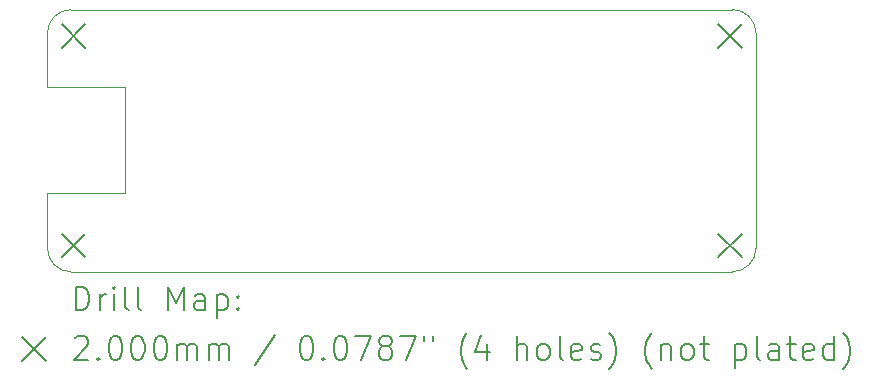
<source format=gbr>
%FSLAX45Y45*%
G04 Gerber Fmt 4.5, Leading zero omitted, Abs format (unit mm)*
G04 Created by KiCad (PCBNEW 5.99.0-unknown-64afa3a42e~128~ubuntu20.04.1) date 2021-05-12 23:24:23*
%MOMM*%
%LPD*%
G01*
G04 APERTURE LIST*
%TA.AperFunction,Profile*%
%ADD10C,0.100000*%
%TD*%
%ADD11C,0.200000*%
G04 APERTURE END LIST*
D10*
X13490000Y-7010000D02*
G75*
G02*
X13290000Y-7210000I-200000J0D01*
G01*
X8150000Y-5647500D02*
X8150000Y-6547500D01*
X7490000Y-5645000D02*
X8150000Y-5647500D01*
X8150000Y-6547500D02*
X7490000Y-6547500D01*
X7690000Y-4990000D02*
X13290000Y-4990000D01*
X13290000Y-7210000D02*
X7690000Y-7210000D01*
X13490000Y-5190000D02*
X13490000Y-7010000D01*
X7690000Y-4990000D02*
G75*
G03*
X7490000Y-5190000I0J-200000D01*
G01*
X13290000Y-4990000D02*
G75*
G02*
X13490000Y-5190000I0J-200000D01*
G01*
X7490000Y-5645000D02*
X7490000Y-5190000D01*
X7490000Y-6547500D02*
X7490000Y-7010000D01*
X7490000Y-7010000D02*
G75*
G03*
X7690000Y-7210000I200000J0D01*
G01*
D11*
X7612500Y-5112500D02*
X7812500Y-5312500D01*
X7812500Y-5112500D02*
X7612500Y-5312500D01*
X7612500Y-6887500D02*
X7812500Y-7087500D01*
X7812500Y-6887500D02*
X7612500Y-7087500D01*
X13167500Y-5112500D02*
X13367500Y-5312500D01*
X13367500Y-5112500D02*
X13167500Y-5312500D01*
X13167500Y-6887500D02*
X13367500Y-7087500D01*
X13367500Y-6887500D02*
X13167500Y-7087500D01*
X7732619Y-7535476D02*
X7732619Y-7335476D01*
X7780238Y-7335476D01*
X7808809Y-7345000D01*
X7827857Y-7364048D01*
X7837381Y-7383095D01*
X7846905Y-7421190D01*
X7846905Y-7449762D01*
X7837381Y-7487857D01*
X7827857Y-7506905D01*
X7808809Y-7525952D01*
X7780238Y-7535476D01*
X7732619Y-7535476D01*
X7932619Y-7535476D02*
X7932619Y-7402143D01*
X7932619Y-7440238D02*
X7942143Y-7421190D01*
X7951667Y-7411667D01*
X7970714Y-7402143D01*
X7989762Y-7402143D01*
X8056428Y-7535476D02*
X8056428Y-7402143D01*
X8056428Y-7335476D02*
X8046905Y-7345000D01*
X8056428Y-7354524D01*
X8065952Y-7345000D01*
X8056428Y-7335476D01*
X8056428Y-7354524D01*
X8180238Y-7535476D02*
X8161190Y-7525952D01*
X8151667Y-7506905D01*
X8151667Y-7335476D01*
X8285000Y-7535476D02*
X8265952Y-7525952D01*
X8256428Y-7506905D01*
X8256428Y-7335476D01*
X8513571Y-7535476D02*
X8513571Y-7335476D01*
X8580238Y-7478333D01*
X8646905Y-7335476D01*
X8646905Y-7535476D01*
X8827857Y-7535476D02*
X8827857Y-7430714D01*
X8818333Y-7411667D01*
X8799286Y-7402143D01*
X8761190Y-7402143D01*
X8742143Y-7411667D01*
X8827857Y-7525952D02*
X8808810Y-7535476D01*
X8761190Y-7535476D01*
X8742143Y-7525952D01*
X8732619Y-7506905D01*
X8732619Y-7487857D01*
X8742143Y-7468809D01*
X8761190Y-7459286D01*
X8808810Y-7459286D01*
X8827857Y-7449762D01*
X8923095Y-7402143D02*
X8923095Y-7602143D01*
X8923095Y-7411667D02*
X8942143Y-7402143D01*
X8980238Y-7402143D01*
X8999286Y-7411667D01*
X9008810Y-7421190D01*
X9018333Y-7440238D01*
X9018333Y-7497381D01*
X9008810Y-7516428D01*
X8999286Y-7525952D01*
X8980238Y-7535476D01*
X8942143Y-7535476D01*
X8923095Y-7525952D01*
X9104048Y-7516428D02*
X9113571Y-7525952D01*
X9104048Y-7535476D01*
X9094524Y-7525952D01*
X9104048Y-7516428D01*
X9104048Y-7535476D01*
X9104048Y-7411667D02*
X9113571Y-7421190D01*
X9104048Y-7430714D01*
X9094524Y-7421190D01*
X9104048Y-7411667D01*
X9104048Y-7430714D01*
X7275000Y-7765000D02*
X7475000Y-7965000D01*
X7475000Y-7765000D02*
X7275000Y-7965000D01*
X7723095Y-7774524D02*
X7732619Y-7765000D01*
X7751667Y-7755476D01*
X7799286Y-7755476D01*
X7818333Y-7765000D01*
X7827857Y-7774524D01*
X7837381Y-7793571D01*
X7837381Y-7812619D01*
X7827857Y-7841190D01*
X7713571Y-7955476D01*
X7837381Y-7955476D01*
X7923095Y-7936428D02*
X7932619Y-7945952D01*
X7923095Y-7955476D01*
X7913571Y-7945952D01*
X7923095Y-7936428D01*
X7923095Y-7955476D01*
X8056428Y-7755476D02*
X8075476Y-7755476D01*
X8094524Y-7765000D01*
X8104048Y-7774524D01*
X8113571Y-7793571D01*
X8123095Y-7831667D01*
X8123095Y-7879286D01*
X8113571Y-7917381D01*
X8104048Y-7936428D01*
X8094524Y-7945952D01*
X8075476Y-7955476D01*
X8056428Y-7955476D01*
X8037381Y-7945952D01*
X8027857Y-7936428D01*
X8018333Y-7917381D01*
X8008809Y-7879286D01*
X8008809Y-7831667D01*
X8018333Y-7793571D01*
X8027857Y-7774524D01*
X8037381Y-7765000D01*
X8056428Y-7755476D01*
X8246905Y-7755476D02*
X8265952Y-7755476D01*
X8285000Y-7765000D01*
X8294524Y-7774524D01*
X8304048Y-7793571D01*
X8313571Y-7831667D01*
X8313571Y-7879286D01*
X8304048Y-7917381D01*
X8294524Y-7936428D01*
X8285000Y-7945952D01*
X8265952Y-7955476D01*
X8246905Y-7955476D01*
X8227857Y-7945952D01*
X8218333Y-7936428D01*
X8208809Y-7917381D01*
X8199286Y-7879286D01*
X8199286Y-7831667D01*
X8208809Y-7793571D01*
X8218333Y-7774524D01*
X8227857Y-7765000D01*
X8246905Y-7755476D01*
X8437381Y-7755476D02*
X8456429Y-7755476D01*
X8475476Y-7765000D01*
X8485000Y-7774524D01*
X8494524Y-7793571D01*
X8504048Y-7831667D01*
X8504048Y-7879286D01*
X8494524Y-7917381D01*
X8485000Y-7936428D01*
X8475476Y-7945952D01*
X8456429Y-7955476D01*
X8437381Y-7955476D01*
X8418333Y-7945952D01*
X8408810Y-7936428D01*
X8399286Y-7917381D01*
X8389762Y-7879286D01*
X8389762Y-7831667D01*
X8399286Y-7793571D01*
X8408810Y-7774524D01*
X8418333Y-7765000D01*
X8437381Y-7755476D01*
X8589762Y-7955476D02*
X8589762Y-7822143D01*
X8589762Y-7841190D02*
X8599286Y-7831667D01*
X8618333Y-7822143D01*
X8646905Y-7822143D01*
X8665952Y-7831667D01*
X8675476Y-7850714D01*
X8675476Y-7955476D01*
X8675476Y-7850714D02*
X8685000Y-7831667D01*
X8704048Y-7822143D01*
X8732619Y-7822143D01*
X8751667Y-7831667D01*
X8761190Y-7850714D01*
X8761190Y-7955476D01*
X8856429Y-7955476D02*
X8856429Y-7822143D01*
X8856429Y-7841190D02*
X8865952Y-7831667D01*
X8885000Y-7822143D01*
X8913571Y-7822143D01*
X8932619Y-7831667D01*
X8942143Y-7850714D01*
X8942143Y-7955476D01*
X8942143Y-7850714D02*
X8951667Y-7831667D01*
X8970714Y-7822143D01*
X8999286Y-7822143D01*
X9018333Y-7831667D01*
X9027857Y-7850714D01*
X9027857Y-7955476D01*
X9418333Y-7745952D02*
X9246905Y-8003095D01*
X9675476Y-7755476D02*
X9694524Y-7755476D01*
X9713571Y-7765000D01*
X9723095Y-7774524D01*
X9732619Y-7793571D01*
X9742143Y-7831667D01*
X9742143Y-7879286D01*
X9732619Y-7917381D01*
X9723095Y-7936428D01*
X9713571Y-7945952D01*
X9694524Y-7955476D01*
X9675476Y-7955476D01*
X9656429Y-7945952D01*
X9646905Y-7936428D01*
X9637381Y-7917381D01*
X9627857Y-7879286D01*
X9627857Y-7831667D01*
X9637381Y-7793571D01*
X9646905Y-7774524D01*
X9656429Y-7765000D01*
X9675476Y-7755476D01*
X9827857Y-7936428D02*
X9837381Y-7945952D01*
X9827857Y-7955476D01*
X9818333Y-7945952D01*
X9827857Y-7936428D01*
X9827857Y-7955476D01*
X9961190Y-7755476D02*
X9980238Y-7755476D01*
X9999286Y-7765000D01*
X10008810Y-7774524D01*
X10018333Y-7793571D01*
X10027857Y-7831667D01*
X10027857Y-7879286D01*
X10018333Y-7917381D01*
X10008810Y-7936428D01*
X9999286Y-7945952D01*
X9980238Y-7955476D01*
X9961190Y-7955476D01*
X9942143Y-7945952D01*
X9932619Y-7936428D01*
X9923095Y-7917381D01*
X9913571Y-7879286D01*
X9913571Y-7831667D01*
X9923095Y-7793571D01*
X9932619Y-7774524D01*
X9942143Y-7765000D01*
X9961190Y-7755476D01*
X10094524Y-7755476D02*
X10227857Y-7755476D01*
X10142143Y-7955476D01*
X10332619Y-7841190D02*
X10313571Y-7831667D01*
X10304048Y-7822143D01*
X10294524Y-7803095D01*
X10294524Y-7793571D01*
X10304048Y-7774524D01*
X10313571Y-7765000D01*
X10332619Y-7755476D01*
X10370714Y-7755476D01*
X10389762Y-7765000D01*
X10399286Y-7774524D01*
X10408810Y-7793571D01*
X10408810Y-7803095D01*
X10399286Y-7822143D01*
X10389762Y-7831667D01*
X10370714Y-7841190D01*
X10332619Y-7841190D01*
X10313571Y-7850714D01*
X10304048Y-7860238D01*
X10294524Y-7879286D01*
X10294524Y-7917381D01*
X10304048Y-7936428D01*
X10313571Y-7945952D01*
X10332619Y-7955476D01*
X10370714Y-7955476D01*
X10389762Y-7945952D01*
X10399286Y-7936428D01*
X10408810Y-7917381D01*
X10408810Y-7879286D01*
X10399286Y-7860238D01*
X10389762Y-7850714D01*
X10370714Y-7841190D01*
X10475476Y-7755476D02*
X10608810Y-7755476D01*
X10523095Y-7955476D01*
X10675476Y-7755476D02*
X10675476Y-7793571D01*
X10751667Y-7755476D02*
X10751667Y-7793571D01*
X11046905Y-8031667D02*
X11037381Y-8022143D01*
X11018333Y-7993571D01*
X11008810Y-7974524D01*
X10999286Y-7945952D01*
X10989762Y-7898333D01*
X10989762Y-7860238D01*
X10999286Y-7812619D01*
X11008810Y-7784048D01*
X11018333Y-7765000D01*
X11037381Y-7736428D01*
X11046905Y-7726905D01*
X11208809Y-7822143D02*
X11208809Y-7955476D01*
X11161190Y-7745952D02*
X11113571Y-7888809D01*
X11237381Y-7888809D01*
X11465952Y-7955476D02*
X11465952Y-7755476D01*
X11551667Y-7955476D02*
X11551667Y-7850714D01*
X11542143Y-7831667D01*
X11523095Y-7822143D01*
X11494524Y-7822143D01*
X11475476Y-7831667D01*
X11465952Y-7841190D01*
X11675476Y-7955476D02*
X11656428Y-7945952D01*
X11646905Y-7936428D01*
X11637381Y-7917381D01*
X11637381Y-7860238D01*
X11646905Y-7841190D01*
X11656428Y-7831667D01*
X11675476Y-7822143D01*
X11704048Y-7822143D01*
X11723095Y-7831667D01*
X11732619Y-7841190D01*
X11742143Y-7860238D01*
X11742143Y-7917381D01*
X11732619Y-7936428D01*
X11723095Y-7945952D01*
X11704048Y-7955476D01*
X11675476Y-7955476D01*
X11856428Y-7955476D02*
X11837381Y-7945952D01*
X11827857Y-7926905D01*
X11827857Y-7755476D01*
X12008809Y-7945952D02*
X11989762Y-7955476D01*
X11951667Y-7955476D01*
X11932619Y-7945952D01*
X11923095Y-7926905D01*
X11923095Y-7850714D01*
X11932619Y-7831667D01*
X11951667Y-7822143D01*
X11989762Y-7822143D01*
X12008809Y-7831667D01*
X12018333Y-7850714D01*
X12018333Y-7869762D01*
X11923095Y-7888809D01*
X12094524Y-7945952D02*
X12113571Y-7955476D01*
X12151667Y-7955476D01*
X12170714Y-7945952D01*
X12180238Y-7926905D01*
X12180238Y-7917381D01*
X12170714Y-7898333D01*
X12151667Y-7888809D01*
X12123095Y-7888809D01*
X12104048Y-7879286D01*
X12094524Y-7860238D01*
X12094524Y-7850714D01*
X12104048Y-7831667D01*
X12123095Y-7822143D01*
X12151667Y-7822143D01*
X12170714Y-7831667D01*
X12246905Y-8031667D02*
X12256428Y-8022143D01*
X12275476Y-7993571D01*
X12285000Y-7974524D01*
X12294524Y-7945952D01*
X12304048Y-7898333D01*
X12304048Y-7860238D01*
X12294524Y-7812619D01*
X12285000Y-7784048D01*
X12275476Y-7765000D01*
X12256428Y-7736428D01*
X12246905Y-7726905D01*
X12608809Y-8031667D02*
X12599286Y-8022143D01*
X12580238Y-7993571D01*
X12570714Y-7974524D01*
X12561190Y-7945952D01*
X12551667Y-7898333D01*
X12551667Y-7860238D01*
X12561190Y-7812619D01*
X12570714Y-7784048D01*
X12580238Y-7765000D01*
X12599286Y-7736428D01*
X12608809Y-7726905D01*
X12685000Y-7822143D02*
X12685000Y-7955476D01*
X12685000Y-7841190D02*
X12694524Y-7831667D01*
X12713571Y-7822143D01*
X12742143Y-7822143D01*
X12761190Y-7831667D01*
X12770714Y-7850714D01*
X12770714Y-7955476D01*
X12894524Y-7955476D02*
X12875476Y-7945952D01*
X12865952Y-7936428D01*
X12856428Y-7917381D01*
X12856428Y-7860238D01*
X12865952Y-7841190D01*
X12875476Y-7831667D01*
X12894524Y-7822143D01*
X12923095Y-7822143D01*
X12942143Y-7831667D01*
X12951667Y-7841190D01*
X12961190Y-7860238D01*
X12961190Y-7917381D01*
X12951667Y-7936428D01*
X12942143Y-7945952D01*
X12923095Y-7955476D01*
X12894524Y-7955476D01*
X13018333Y-7822143D02*
X13094524Y-7822143D01*
X13046905Y-7755476D02*
X13046905Y-7926905D01*
X13056428Y-7945952D01*
X13075476Y-7955476D01*
X13094524Y-7955476D01*
X13313571Y-7822143D02*
X13313571Y-8022143D01*
X13313571Y-7831667D02*
X13332619Y-7822143D01*
X13370714Y-7822143D01*
X13389762Y-7831667D01*
X13399286Y-7841190D01*
X13408809Y-7860238D01*
X13408809Y-7917381D01*
X13399286Y-7936428D01*
X13389762Y-7945952D01*
X13370714Y-7955476D01*
X13332619Y-7955476D01*
X13313571Y-7945952D01*
X13523095Y-7955476D02*
X13504048Y-7945952D01*
X13494524Y-7926905D01*
X13494524Y-7755476D01*
X13685000Y-7955476D02*
X13685000Y-7850714D01*
X13675476Y-7831667D01*
X13656428Y-7822143D01*
X13618333Y-7822143D01*
X13599286Y-7831667D01*
X13685000Y-7945952D02*
X13665952Y-7955476D01*
X13618333Y-7955476D01*
X13599286Y-7945952D01*
X13589762Y-7926905D01*
X13589762Y-7907857D01*
X13599286Y-7888809D01*
X13618333Y-7879286D01*
X13665952Y-7879286D01*
X13685000Y-7869762D01*
X13751667Y-7822143D02*
X13827857Y-7822143D01*
X13780238Y-7755476D02*
X13780238Y-7926905D01*
X13789762Y-7945952D01*
X13808809Y-7955476D01*
X13827857Y-7955476D01*
X13970714Y-7945952D02*
X13951667Y-7955476D01*
X13913571Y-7955476D01*
X13894524Y-7945952D01*
X13885000Y-7926905D01*
X13885000Y-7850714D01*
X13894524Y-7831667D01*
X13913571Y-7822143D01*
X13951667Y-7822143D01*
X13970714Y-7831667D01*
X13980238Y-7850714D01*
X13980238Y-7869762D01*
X13885000Y-7888809D01*
X14151667Y-7955476D02*
X14151667Y-7755476D01*
X14151667Y-7945952D02*
X14132619Y-7955476D01*
X14094524Y-7955476D01*
X14075476Y-7945952D01*
X14065952Y-7936428D01*
X14056428Y-7917381D01*
X14056428Y-7860238D01*
X14065952Y-7841190D01*
X14075476Y-7831667D01*
X14094524Y-7822143D01*
X14132619Y-7822143D01*
X14151667Y-7831667D01*
X14227857Y-8031667D02*
X14237381Y-8022143D01*
X14256428Y-7993571D01*
X14265952Y-7974524D01*
X14275476Y-7945952D01*
X14285000Y-7898333D01*
X14285000Y-7860238D01*
X14275476Y-7812619D01*
X14265952Y-7784048D01*
X14256428Y-7765000D01*
X14237381Y-7736428D01*
X14227857Y-7726905D01*
M02*

</source>
